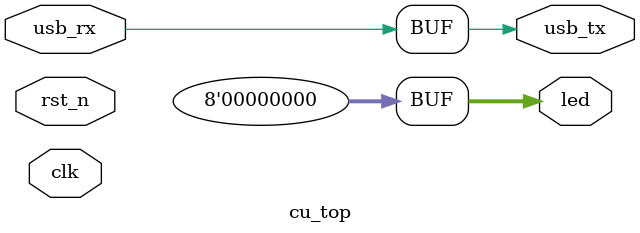
<source format=v>
module cu_top(
    input clk,              // 100MHz clock
    input rst_n,            // reset button (active low)
    output [7:0] led,       // 8 user controllable LEDs
    input usb_rx,           // USB->Serial input
    output usb_tx           // USB->Serial output
    );
    
    wire rst;
    
    // The reset conditioner is used to synchronize the reset signal to the FPGA
    // clock. This ensures the entire FPGA comes out of reset at the same time.
    reset_conditioner reset_conditioner(.clk(clk), .in(!rst_n), .out(rst));
    
    assign led = 8'h00;      // turn LEDs off

    assign usb_tx = usb_rx;  // echo the serial data
    
endmodule
</source>
